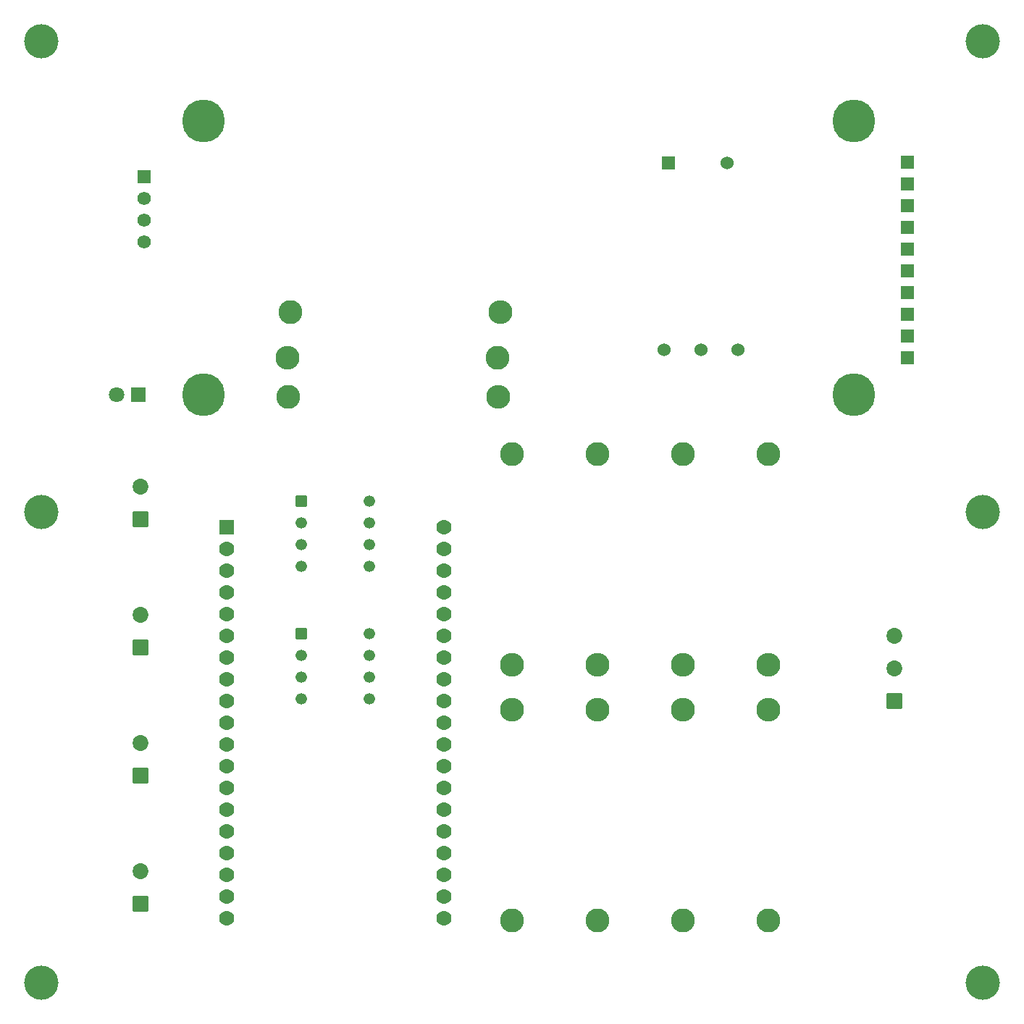
<source format=gbr>
%TF.GenerationSoftware,KiCad,Pcbnew,7.0.2*%
%TF.CreationDate,2024-03-19T15:43:20+05:30*%
%TF.ProjectId,gauss_meter_kicad,67617573-735f-46d6-9574-65725f6b6963,rev?*%
%TF.SameCoordinates,Original*%
%TF.FileFunction,Soldermask,Top*%
%TF.FilePolarity,Negative*%
%FSLAX46Y46*%
G04 Gerber Fmt 4.6, Leading zero omitted, Abs format (unit mm)*
G04 Created by KiCad (PCBNEW 7.0.2) date 2024-03-19 15:43:20*
%MOMM*%
%LPD*%
G01*
G04 APERTURE LIST*
G04 Aperture macros list*
%AMRoundRect*
0 Rectangle with rounded corners*
0 $1 Rounding radius*
0 $2 $3 $4 $5 $6 $7 $8 $9 X,Y pos of 4 corners*
0 Add a 4 corners polygon primitive as box body*
4,1,4,$2,$3,$4,$5,$6,$7,$8,$9,$2,$3,0*
0 Add four circle primitives for the rounded corners*
1,1,$1+$1,$2,$3*
1,1,$1+$1,$4,$5*
1,1,$1+$1,$6,$7*
1,1,$1+$1,$8,$9*
0 Add four rect primitives between the rounded corners*
20,1,$1+$1,$2,$3,$4,$5,0*
20,1,$1+$1,$4,$5,$6,$7,0*
20,1,$1+$1,$6,$7,$8,$9,0*
20,1,$1+$1,$8,$9,$2,$3,0*%
G04 Aperture macros list end*
%ADD10C,4.000000*%
%ADD11RoundRect,0.102000X0.825000X-0.825000X0.825000X0.825000X-0.825000X0.825000X-0.825000X-0.825000X0*%
%ADD12C,1.854000*%
%ADD13C,2.800000*%
%ADD14O,2.800000X2.800000*%
%ADD15RoundRect,0.102000X-0.565000X-0.565000X0.565000X-0.565000X0.565000X0.565000X-0.565000X0.565000X0*%
%ADD16C,1.334000*%
%ADD17RoundRect,0.102000X-0.780000X-0.780000X0.780000X-0.780000X0.780000X0.780000X-0.780000X0.780000X0*%
%ADD18C,1.764000*%
%ADD19C,5.000000*%
%ADD20RoundRect,0.102000X0.685000X-0.685000X0.685000X0.685000X-0.685000X0.685000X-0.685000X-0.685000X0*%
%ADD21C,1.574000*%
%ADD22R,1.800000X1.800000*%
%ADD23C,1.800000*%
%ADD24R,1.524000X1.524000*%
%ADD25C,1.524000*%
G04 APERTURE END LIST*
D10*
%TO.C,*%
X185000000Y-94000000D03*
%TD*%
%TO.C,*%
X75000000Y-94000000D03*
%TD*%
%TO.C,*%
X75000000Y-149000000D03*
%TD*%
%TO.C,*%
X185000000Y-149000000D03*
%TD*%
%TO.C,*%
X185000000Y-39000000D03*
%TD*%
%TO.C,*%
X75000000Y-39000000D03*
%TD*%
D11*
%TO.C,HOLD_HDR1*%
X86560000Y-94798000D03*
D12*
X86560000Y-90988000D03*
%TD*%
D13*
%TO.C,R3*%
X128334000Y-75946000D03*
D14*
X103734000Y-75946000D03*
%TD*%
D13*
%TO.C,R10*%
X130000000Y-141746000D03*
D14*
X130000000Y-117146000D03*
%TD*%
D11*
%TO.C,SW3_HDR1*%
X86560000Y-139798000D03*
D12*
X86560000Y-135988000D03*
%TD*%
D13*
%TO.C,R12*%
X160000000Y-87254000D03*
D14*
X160000000Y-111854000D03*
%TD*%
D11*
%TO.C,PWR_HDR1*%
X86560000Y-124798000D03*
D12*
X86560000Y-120988000D03*
%TD*%
D15*
%TO.C,U1*%
X105410000Y-92690000D03*
D16*
X105410000Y-95230000D03*
X105410000Y-97770000D03*
X105410000Y-100310000D03*
X113350000Y-100310000D03*
X113350000Y-97770000D03*
X113350000Y-95230000D03*
X113350000Y-92690000D03*
%TD*%
D13*
%TO.C,R13*%
X104076000Y-70612000D03*
D14*
X128676000Y-70612000D03*
%TD*%
D13*
%TO.C,R5*%
X140000000Y-87254000D03*
D14*
X140000000Y-111854000D03*
%TD*%
D11*
%TO.C,NULL_HDR1*%
X86560000Y-109798000D03*
D12*
X86560000Y-105988000D03*
%TD*%
D13*
%TO.C,R9*%
X140000000Y-141746000D03*
D14*
X140000000Y-117146000D03*
%TD*%
D15*
%TO.C,U2*%
X105410000Y-108190000D03*
D16*
X105410000Y-110730000D03*
X105410000Y-113270000D03*
X105410000Y-115810000D03*
X113350000Y-115810000D03*
X113350000Y-113270000D03*
X113350000Y-110730000D03*
X113350000Y-108190000D03*
%TD*%
D13*
%TO.C,R1*%
X160000000Y-141746000D03*
D14*
X160000000Y-117146000D03*
%TD*%
D13*
%TO.C,R2*%
X130000000Y-87254000D03*
D14*
X130000000Y-111854000D03*
%TD*%
D13*
%TO.C,R4*%
X103822000Y-80518000D03*
D14*
X128422000Y-80518000D03*
%TD*%
D17*
%TO.C,U3*%
X96680000Y-95810000D03*
D18*
X96680000Y-98350000D03*
X96680000Y-100890000D03*
X96680000Y-103430000D03*
X96680000Y-105970000D03*
X96680000Y-108510000D03*
X96680000Y-111050000D03*
X96680000Y-113590000D03*
X96680000Y-116130000D03*
X96680000Y-118670000D03*
X96680000Y-121210000D03*
X96680000Y-123750000D03*
X96680000Y-126290000D03*
X96680000Y-128830000D03*
X96680000Y-131370000D03*
X96680000Y-133910000D03*
X96680000Y-136450000D03*
X96680000Y-138990000D03*
X96680000Y-141530000D03*
X122080000Y-95810000D03*
X122080000Y-98350000D03*
X122080000Y-100890000D03*
X122080000Y-103430000D03*
X122080000Y-105970000D03*
X122080000Y-108510000D03*
X122080000Y-111050000D03*
X122080000Y-113590000D03*
X122080000Y-116130000D03*
X122080000Y-118670000D03*
X122080000Y-121210000D03*
X122080000Y-123750000D03*
X122080000Y-126290000D03*
X122080000Y-128830000D03*
X122080000Y-131370000D03*
X122080000Y-133910000D03*
X122080000Y-136450000D03*
X122080000Y-138990000D03*
X122080000Y-141530000D03*
%TD*%
D19*
%TO.C,LCD_HDR1*%
X93980000Y-48264000D03*
X93980000Y-80264000D03*
X169980000Y-48264000D03*
X169980000Y-80264000D03*
D20*
X86980000Y-54788000D03*
D21*
X86980000Y-57328000D03*
X86980000Y-59868000D03*
X86980000Y-62408000D03*
%TD*%
D22*
%TO.C,PWR_LED1*%
X86340000Y-80295000D03*
D23*
X83800000Y-80295000D03*
%TD*%
D11*
%TO.C,HALL_HDR1*%
X174752000Y-116078000D03*
D12*
X174752000Y-112268000D03*
X174752000Y-108458000D03*
%TD*%
D13*
%TO.C,R7*%
X150000000Y-87254000D03*
D14*
X150000000Y-111854000D03*
%TD*%
D13*
%TO.C,R11*%
X150000000Y-141746000D03*
D14*
X150000000Y-117146000D03*
%TD*%
D24*
%TO.C,U4*%
X176276000Y-53081500D03*
X176276000Y-55621500D03*
X176276000Y-58161500D03*
X176276000Y-60701500D03*
X176276000Y-63241500D03*
X176276000Y-65781500D03*
X176276000Y-68321500D03*
X176276000Y-70861500D03*
X176276000Y-73401500D03*
X176276000Y-75941500D03*
%TD*%
%TO.C,U6*%
X148336000Y-53213000D03*
D25*
X155194000Y-53213000D03*
X147828000Y-75057000D03*
X152146000Y-75057000D03*
X156464000Y-75057000D03*
%TD*%
M02*

</source>
